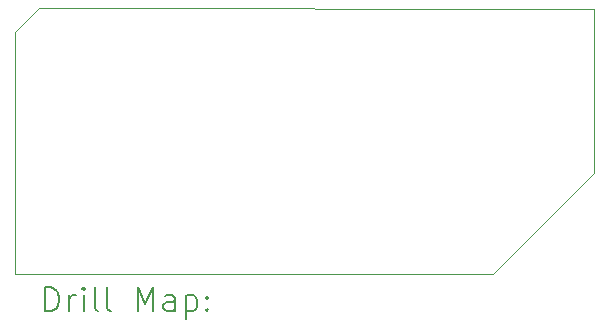
<source format=gbr>
%TF.GenerationSoftware,KiCad,Pcbnew,8.0.0*%
%TF.CreationDate,2024-03-06T21:04:31+04:00*%
%TF.ProjectId,gbc-cm4-aio-flex,6762632d-636d-4342-9d61-696f2d666c65,rev?*%
%TF.SameCoordinates,Original*%
%TF.FileFunction,Drillmap*%
%TF.FilePolarity,Positive*%
%FSLAX45Y45*%
G04 Gerber Fmt 4.5, Leading zero omitted, Abs format (unit mm)*
G04 Created by KiCad (PCBNEW 8.0.0) date 2024-03-06 21:04:31*
%MOMM*%
%LPD*%
G01*
G04 APERTURE LIST*
%ADD10C,0.100000*%
%ADD11C,0.200000*%
G04 APERTURE END LIST*
D10*
X16955000Y-11456000D02*
X16950000Y-12850000D01*
X16100000Y-13700000D01*
X12050000Y-13700000D01*
X12050000Y-11650000D01*
X12250000Y-11450000D01*
X16955000Y-11456000D01*
D11*
X12305777Y-14016484D02*
X12305777Y-13816484D01*
X12305777Y-13816484D02*
X12353396Y-13816484D01*
X12353396Y-13816484D02*
X12381967Y-13826008D01*
X12381967Y-13826008D02*
X12401015Y-13845055D01*
X12401015Y-13845055D02*
X12410539Y-13864103D01*
X12410539Y-13864103D02*
X12420062Y-13902198D01*
X12420062Y-13902198D02*
X12420062Y-13930769D01*
X12420062Y-13930769D02*
X12410539Y-13968865D01*
X12410539Y-13968865D02*
X12401015Y-13987912D01*
X12401015Y-13987912D02*
X12381967Y-14006960D01*
X12381967Y-14006960D02*
X12353396Y-14016484D01*
X12353396Y-14016484D02*
X12305777Y-14016484D01*
X12505777Y-14016484D02*
X12505777Y-13883150D01*
X12505777Y-13921246D02*
X12515301Y-13902198D01*
X12515301Y-13902198D02*
X12524824Y-13892674D01*
X12524824Y-13892674D02*
X12543872Y-13883150D01*
X12543872Y-13883150D02*
X12562920Y-13883150D01*
X12629586Y-14016484D02*
X12629586Y-13883150D01*
X12629586Y-13816484D02*
X12620062Y-13826008D01*
X12620062Y-13826008D02*
X12629586Y-13835531D01*
X12629586Y-13835531D02*
X12639110Y-13826008D01*
X12639110Y-13826008D02*
X12629586Y-13816484D01*
X12629586Y-13816484D02*
X12629586Y-13835531D01*
X12753396Y-14016484D02*
X12734348Y-14006960D01*
X12734348Y-14006960D02*
X12724824Y-13987912D01*
X12724824Y-13987912D02*
X12724824Y-13816484D01*
X12858158Y-14016484D02*
X12839110Y-14006960D01*
X12839110Y-14006960D02*
X12829586Y-13987912D01*
X12829586Y-13987912D02*
X12829586Y-13816484D01*
X13086729Y-14016484D02*
X13086729Y-13816484D01*
X13086729Y-13816484D02*
X13153396Y-13959341D01*
X13153396Y-13959341D02*
X13220062Y-13816484D01*
X13220062Y-13816484D02*
X13220062Y-14016484D01*
X13401015Y-14016484D02*
X13401015Y-13911722D01*
X13401015Y-13911722D02*
X13391491Y-13892674D01*
X13391491Y-13892674D02*
X13372443Y-13883150D01*
X13372443Y-13883150D02*
X13334348Y-13883150D01*
X13334348Y-13883150D02*
X13315301Y-13892674D01*
X13401015Y-14006960D02*
X13381967Y-14016484D01*
X13381967Y-14016484D02*
X13334348Y-14016484D01*
X13334348Y-14016484D02*
X13315301Y-14006960D01*
X13315301Y-14006960D02*
X13305777Y-13987912D01*
X13305777Y-13987912D02*
X13305777Y-13968865D01*
X13305777Y-13968865D02*
X13315301Y-13949817D01*
X13315301Y-13949817D02*
X13334348Y-13940293D01*
X13334348Y-13940293D02*
X13381967Y-13940293D01*
X13381967Y-13940293D02*
X13401015Y-13930769D01*
X13496253Y-13883150D02*
X13496253Y-14083150D01*
X13496253Y-13892674D02*
X13515301Y-13883150D01*
X13515301Y-13883150D02*
X13553396Y-13883150D01*
X13553396Y-13883150D02*
X13572443Y-13892674D01*
X13572443Y-13892674D02*
X13581967Y-13902198D01*
X13581967Y-13902198D02*
X13591491Y-13921246D01*
X13591491Y-13921246D02*
X13591491Y-13978388D01*
X13591491Y-13978388D02*
X13581967Y-13997436D01*
X13581967Y-13997436D02*
X13572443Y-14006960D01*
X13572443Y-14006960D02*
X13553396Y-14016484D01*
X13553396Y-14016484D02*
X13515301Y-14016484D01*
X13515301Y-14016484D02*
X13496253Y-14006960D01*
X13677205Y-13997436D02*
X13686729Y-14006960D01*
X13686729Y-14006960D02*
X13677205Y-14016484D01*
X13677205Y-14016484D02*
X13667682Y-14006960D01*
X13667682Y-14006960D02*
X13677205Y-13997436D01*
X13677205Y-13997436D02*
X13677205Y-14016484D01*
X13677205Y-13892674D02*
X13686729Y-13902198D01*
X13686729Y-13902198D02*
X13677205Y-13911722D01*
X13677205Y-13911722D02*
X13667682Y-13902198D01*
X13667682Y-13902198D02*
X13677205Y-13892674D01*
X13677205Y-13892674D02*
X13677205Y-13911722D01*
M02*

</source>
